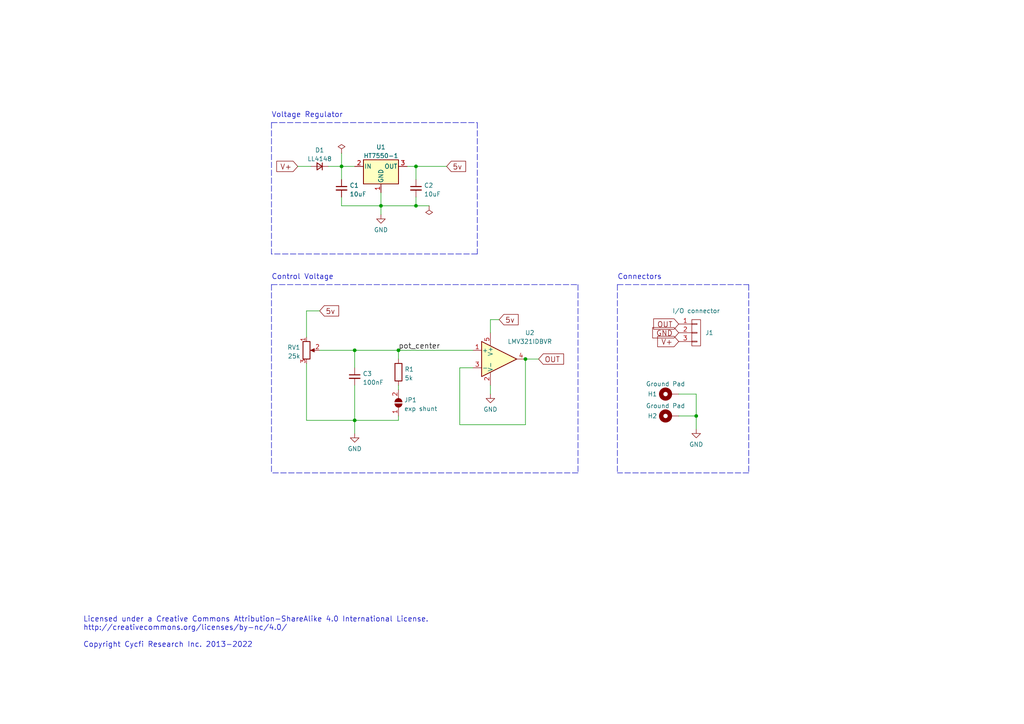
<source format=kicad_sch>
(kicad_sch (version 20211123) (generator eeschema)
  (paper "A4")
  (title_block (title "5-way CV Module") (date "2022-02-24") (rev "v3.0") (company "Document Number: 2022002"))
  (lib_symbols
    (symbol "Device:C_Small" (pin_numbers hide) (pin_names (offset 0.254) hide)
      (property "Reference" "C" (at 0.254 1.778 0))
      (property "Value" "C_Small" (at 0.254 -2.032 0))
      (symbol "C_Small_0_1"
        (polyline (pts (xy -1.524 -0.508) (xy 1.524 -0.508)) (stroke (width 0.3302)))
        (polyline (pts (xy -1.524 0.508) (xy 1.524 0.508)) (stroke (width 0.3048)))
      )
      (symbol "C_Small_1_1"
        (pin passive line (at 0 2.54 270) (length 2.032) (name "~") (number "1"))
        (pin passive line (at 0 -2.54 90) (length 2.032) (name "~") (number "2"))
      )
    )
    (symbol "Device:D_Small" (pin_numbers hide) (pin_names (offset 0.254) hide)
      (property "Reference" "D" (at -1.27 2.032 0))
      (property "Value" "D_Small" (at -3.81 -2.032 0))
      (symbol "D_Small_0_1"
        (polyline (pts (xy -0.762 -1.016) (xy -0.762 1.016)) (stroke (width 0.254)))
        (polyline (pts (xy -0.762 0) (xy 0.762 0)))
        (polyline (pts (xy 0.762 -1.016) (xy -0.762 0) (xy 0.762 1.016) (xy 0.762 -1.016)) (stroke (width 0.254)))
      )
      (symbol "D_Small_1_1"
        (pin passive line (at -2.54 0 0) (length 1.778) (name "K") (number "1"))
        (pin passive line (at 2.54 0 180) (length 1.778) (name "A") (number "2"))
      )
    )
    (symbol "Device:R" (pin_numbers hide) (pin_names (offset 0))
      (property "Reference" "R" (at 2.032 0 90))
      (property "Value" "R" (at 0 0 90))
      (symbol "R_0_1"
        (rectangle (start -1.016 -2.54) (end 1.016 2.54) (stroke (width 0.254)))
      )
      (symbol "R_1_1"
        (pin passive line (at 0 3.81 270) (length 1.27) (name "~") (number "1"))
        (pin passive line (at 0 -3.81 90) (length 1.27) (name "~") (number "2"))
      )
    )
    (symbol "Device:R_Potentiometer" (pin_names (offset 1.016) hide)
      (property "Reference" "RV" (at -4.445 0 90))
      (property "Value" "R_Potentiometer" (at -2.54 0 90))
      (symbol "R_Potentiometer_0_1"
        (polyline (pts (xy 2.54 0) (xy 1.524 0)))
        (polyline (pts (xy 1.143 0) (xy 2.286 0.508) (xy 2.286 -0.508) (xy 1.143 0)) (fill (type outline)))
        (rectangle (start 1.016 2.54) (end -1.016 -2.54) (stroke (width 0.254)))
      )
      (symbol "R_Potentiometer_1_1"
        (pin passive line (at 0 3.81 270) (length 1.27) (name "1") (number "1"))
        (pin passive line (at 3.81 0 180) (length 1.27) (name "2") (number "2"))
        (pin passive line (at 0 -3.81 90) (length 1.27) (name "3") (number "3"))
      )
    )
    (symbol "Jumper:SolderJumper_2_Open" (pin_names (offset 0) hide)
      (property "Reference" "JP" (at 0 2.032 0))
      (property "Value" "SolderJumper_2_Open" (at 0 -2.54 0))
      (symbol "SolderJumper_2_Open_0_1"
        (arc (start -0.254 1.016) (mid -1.27 0) (end -0.254 -1.016))
        (arc (start -0.254 1.016) (mid -1.27 0) (end -0.254 -1.016) (fill (type outline)))
        (polyline (pts (xy -0.254 1.016) (xy -0.254 -1.016)))
        (polyline (pts (xy 0.254 1.016) (xy 0.254 -1.016)))
        (arc (start 0.254 -1.016) (mid 1.27 0) (end 0.254 1.016))
        (arc (start 0.254 -1.016) (mid 1.27 0) (end 0.254 1.016) (fill (type outline)))
      )
      (symbol "SolderJumper_2_Open_1_1"
        (pin passive line (at -3.81 0 0) (length 2.54) (name "A") (number "1"))
        (pin passive line (at 3.81 0 180) (length 2.54) (name "B") (number "2"))
      )
    )
    (symbol "Mechanical:MountingHole_Pad" (pin_numbers hide) (pin_names (offset 1.016) hide)
      (property "Reference" "H" (at 0 6.35 0))
      (property "Value" "MountingHole_Pad" (at 0 4.445 0))
      (symbol "MountingHole_Pad_0_1"
        (circle (center 0 1.27) (radius 1.27) (stroke (width 1.27)))
      )
      (symbol "MountingHole_Pad_1_1"
        (pin input line (at 0 -2.54 90) (length 2.54) (name "1") (number "1"))
      )
    )
    (symbol "cycfi_library:conn_1x3" (pin_names (offset 1.016) hide)
      (property "Reference" "J" (at 0 5.08 0))
      (property "Value" "conn_1x3" (at 2.54 0 90))
      (symbol "conn_1x3_0_1"
        (rectangle (start -1.27 -2.413) (end 0.254 -2.667))
        (rectangle (start -1.27 0.127) (end 0.254 -0.127))
        (rectangle (start -1.27 2.667) (end 0.254 2.413))
        (rectangle (start -1.27 3.81) (end 1.27 -3.81))
      )
      (symbol "conn_1x3_1_1"
        (pin passive line (at -5.08 2.54 0) (length 3.81) (name "P1") (number "1"))
        (pin passive line (at -5.08 0 0) (length 3.81) (name "P2") (number "2"))
        (pin passive line (at -5.08 -2.54 0) (length 3.81) (name "P3") (number "3"))
      )
    )
    (symbol "cycfi_library:opamp_dbv2" (pin_names (offset 0.127))
      (property "Reference" "U" (at -1.27 6.35 0))
      (property "Value" "opamp_dbv2" (at -1.27 3.81 0))
      (symbol "opamp_dbv2_0_1"
        (polyline (pts (xy -5.08 5.08) (xy 5.08 0) (xy -5.08 -5.08) (xy -5.08 5.08)) (stroke (width 0.254)) (fill (type background)))
        (pin power_in line (at -2.54 -7.62 90) (length 3.81) (name "V-") (number "2"))
        (pin power_in line (at -2.54 7.62 270) (length 3.81) (name "V+") (number "5"))
      )
      (symbol "opamp_dbv2_1_1"
        (pin input line (at -7.62 2.54 0) (length 2.54) (name "+") (number "1"))
        (pin input line (at -7.62 -2.54 0) (length 2.54) (name "-") (number "3"))
        (pin output line (at 7.62 0 180) (length 2.54) (name "~") (number "4"))
      )
    )
    (symbol "cycfi_library:sot89-3-gio" (pin_names (offset 0.254))
      (property "Reference" "U" (at -3.81 3.175 0))
      (property "Value" "sot89-3-gio" (at -0.635 3.175 0))
      (symbol "sot89-3-gio_0_1"
        (rectangle (start -5.08 1.905) (end 5.08 -5.08) (stroke (width 0.254)) (fill (type background)))
      )
      (symbol "sot89-3-gio_1_1"
        (pin power_in line (at 0 -7.62 90) (length 2.54) (name "GND") (number "1"))
        (pin power_in line (at -7.62 0 0) (length 2.54) (name "IN") (number "2"))
        (pin power_out line (at 7.62 0 180) (length 2.54) (name "OUT") (number "3"))
      )
    )
    (symbol "power:GND" (power) (pin_names (offset 0))
      (property "Value" "GND" (at 0 -3.81 0))
      (symbol "GND_0_1"
        (polyline (pts (xy 0 0) (xy 0 -1.27) (xy 1.27 -1.27) (xy 0 -2.54) (xy -1.27 -1.27) (xy 0 -1.27)))
      )
      (symbol "GND_1_1"
        (pin power_in line (at 0 0 270) (length 0) hide (name "GND") (number "1"))
      )
    )
    (symbol "power:PWR_FLAG" (power) (pin_numbers hide) (pin_names (offset 0) hide)
      (property "Value" "PWR_FLAG" (at 0 3.81 0))
      (symbol "PWR_FLAG_0_0"
        (pin power_out line (at 0 0 90) (length 0) (name "pwr") (number "1"))
      )
      (symbol "PWR_FLAG_0_1"
        (polyline (pts (xy 0 0) (xy 0 1.27) (xy -1.016 1.905) (xy 0 2.54) (xy 1.016 1.905) (xy 0 1.27)))
      )
    )
  )
  (junction (at 201.93 120.65))
  (junction (at 115.57 101.6))
  (junction (at 110.49 59.69))
  (junction (at 120.65 48.26))
  (junction (at 99.06 48.26))
  (junction (at 152.4 104.14))
  (junction (at 120.65 59.69))
  (junction (at 102.87 101.6))
  (junction (at 102.87 121.92))
  (wire (pts (xy 196.85 114.3) (xy 201.93 114.3)))
  (polyline (pts (xy 78.74 82.55) (xy 78.74 137.16)))
  (wire (pts (xy 88.9 105.41) (xy 88.9 121.92)))
  (wire (pts (xy 99.06 48.26) (xy 102.87 48.26)))
  (wire (pts (xy 120.65 48.26) (xy 129.54 48.26)))
  (wire (pts (xy 133.35 123.19) (xy 152.4 123.19)))
  (wire (pts (xy 152.4 104.14) (xy 152.4 123.19)))
  (wire (pts (xy 115.57 120.65) (xy 115.57 121.92)))
  (wire (pts (xy 92.71 101.6) (xy 102.87 101.6)))
  (polyline (pts (xy 179.07 82.55) (xy 217.17 82.55)))
  (wire (pts (xy 92.71 90.17) (xy 88.9 90.17)))
  (wire (pts (xy 102.87 121.92) (xy 115.57 121.92)))
  (polyline (pts (xy 138.43 73.66) (xy 78.74 73.66)))
  (wire (pts (xy 102.87 101.6) (xy 115.57 101.6)))
  (wire (pts (xy 152.4 104.14) (xy 156.21 104.14)))
  (wire (pts (xy 120.65 59.69) (xy 124.46 59.69)))
  (wire (pts (xy 120.65 48.26) (xy 120.65 52.07)))
  (polyline (pts (xy 78.74 82.55) (xy 167.64 82.55)))
  (wire (pts (xy 120.65 57.15) (xy 120.65 59.69)))
  (wire (pts (xy 142.24 111.76) (xy 142.24 114.3)))
  (wire (pts (xy 120.65 59.69) (xy 110.49 59.69)))
  (wire (pts (xy 201.93 114.3) (xy 201.93 120.65)))
  (polyline (pts (xy 78.74 35.56) (xy 78.74 73.66)))
  (wire (pts (xy 102.87 121.92) (xy 102.87 125.73)))
  (wire (pts (xy 88.9 121.92) (xy 102.87 121.92)))
  (wire (pts (xy 88.9 90.17) (xy 88.9 97.79)))
  (wire (pts (xy 99.06 44.45) (xy 99.06 48.26)))
  (wire (pts (xy 115.57 101.6) (xy 115.57 104.14)))
  (wire (pts (xy 118.11 48.26) (xy 120.65 48.26)))
  (polyline (pts (xy 78.74 35.56) (xy 138.43 35.56)))
  (wire (pts (xy 110.49 62.23) (xy 110.49 59.69)))
  (polyline (pts (xy 167.64 82.55) (xy 167.64 137.16)))
  (polyline (pts (xy 217.17 137.16) (xy 179.07 137.16)))
  (wire (pts (xy 196.85 120.65) (xy 201.93 120.65)))
  (wire (pts (xy 201.93 120.65) (xy 201.93 124.46)))
  (wire (pts (xy 102.87 101.6) (xy 102.87 106.68)))
  (wire (pts (xy 95.25 48.26) (xy 99.06 48.26)))
  (wire (pts (xy 142.24 92.71) (xy 144.78 92.71)))
  (wire (pts (xy 86.36 48.26) (xy 90.17 48.26)))
  (polyline (pts (xy 167.64 137.16) (xy 78.74 137.16)))
  (polyline (pts (xy 138.43 35.56) (xy 138.43 73.66)))
  (wire (pts (xy 102.87 111.76) (xy 102.87 121.92)))
  (wire (pts (xy 133.35 106.68) (xy 133.35 123.19)))
  (wire (pts (xy 137.16 106.68) (xy 133.35 106.68)))
  (wire (pts (xy 99.06 48.26) (xy 99.06 52.07)))
  (wire (pts (xy 115.57 111.76) (xy 115.57 113.03)))
  (polyline (pts (xy 179.07 82.55) (xy 179.07 137.16)))
  (polyline (pts (xy 217.17 82.55) (xy 217.17 137.16)))
  (wire (pts (xy 99.06 57.15) (xy 99.06 59.69)))
  (wire (pts (xy 142.24 96.52) (xy 142.24 92.71)))
  (wire (pts (xy 110.49 55.88) (xy 110.49 59.69)))
  (wire (pts (xy 99.06 59.69) (xy 110.49 59.69)))
  (wire (pts (xy 115.57 101.6) (xy 137.16 101.6)))
  (text "Connectors" (at 179.07 81.28 0) (effects (font (size 1.524 1.524)) (justify left bottom)))
  (text "Licensed under a Creative Commons Attribution-ShareAlike 4.0 International License. \nhttp://creativecommons.org/licenses/by-nc/4.0/\n\nCopyright Cycfi Research Inc. 2013-2022" (at 24.13 187.96 0) (effects (font (size 1.524 1.524)) (justify left bottom)))
  (text "Voltage Regulator" (at 78.74 34.29 0) (effects (font (size 1.524 1.524)) (justify left bottom)))
  (text "Control Voltage" (at 78.74 81.28 0) (effects (font (size 1.524 1.524)) (justify left bottom)))
  (label "pot_center" (at 115.57 101.6 0) (effects (font (size 1.524 1.524))))
  (global_label "OUT" (shape input) (at 196.85 93.98 180) (effects (font (size 1.524 1.524))) (property "Intersheet References" "${INTERSHEET_REFS}" (effects hide)))
  (global_label "V+" (shape input) (at 196.85 99.06 180) (effects (font (size 1.524 1.524))) (property "Intersheet References" "${INTERSHEET_REFS}" (effects hide)))
  (global_label "5v" (shape input) (at 92.71 90.17 0) (effects (font (size 1.524 1.524))) (property "Intersheet References" "${INTERSHEET_REFS}" (effects hide)))
  (global_label "5v" (shape input) (at 144.78 92.71 0) (effects (font (size 1.524 1.524))) (property "Intersheet References" "${INTERSHEET_REFS}" (effects hide)))
  (global_label "5v" (shape input) (at 129.54 48.26 0) (effects (font (size 1.524 1.524))) (property "Intersheet References" "${INTERSHEET_REFS}" (effects hide)))
  (global_label "OUT" (shape input) (at 156.21 104.14 0) (effects (font (size 1.524 1.524))) (property "Intersheet References" "${INTERSHEET_REFS}" (effects hide)))
  (global_label "GND" (shape input) (at 196.85 96.52 180) (effects (font (size 1.524 1.524))) (property "Intersheet References" "${INTERSHEET_REFS}" (effects hide)))
  (global_label "V+" (shape input) (at 86.36 48.26 180) (effects (font (size 1.524 1.524))) (property "Intersheet References" "${INTERSHEET_REFS}" (effects hide)))
  (symbol (lib_id "Device:D_Small") (at 92.71 48.26 180) (unit 1)
    (property "Reference" "D1" (at 92.71 43.5442 0))
    (property "Value" "LL4148" (at 92.71 46.0811 0))
    (property "Footprint" "Diode_SMD:D_MiniMELF" (effects hide))
  )
  (symbol (lib_id "power:GND") (at 110.49 62.23 0) (unit 1)
    (property "Reference" "#PWR02" (effects hide))
    (property "Value" "GND" (at 110.49 66.6734 0))
  )
  (symbol (lib_id "power:GND") (at 142.24 114.3 0) (unit 1)
    (property "Reference" "#PWR05" (effects hide))
    (property "Value" "GND" (at 142.24 118.7434 0))
  )
  (symbol (lib_id "power:PWR_FLAG") (at 124.46 59.69 180) (unit 1)
    (property "Reference" "#FLG02" (effects hide))
    (property "Value" "PWR_FLAG" (effects hide))
  )
  (symbol (lib_id "power:GND") (at 102.87 125.73 0) (unit 1)
    (property "Reference" "#PWR01" (effects hide))
    (property "Value" "GND" (at 102.87 130.1734 0))
  )
  (symbol (lib_id "Device:R") (at 115.57 107.95 0) (unit 1)
    (property "Reference" "R1" (at 117.348 107.1153 0) (effects (justify left)))
    (property "Value" "5k" (at 117.348 109.6522 0) (effects (justify left)))
    (property "Footprint" "Resistor_SMD:R_0603_1608Metric" (effects hide))
  )
  (symbol (lib_id "Device:C_Small") (at 99.06 54.61 0) (unit 1)
    (property "Reference" "C1" (at 101.3841 53.7816 0) (effects (justify left)))
    (property "Value" "10uF" (at 101.3841 56.3185 0) (effects (justify left)))
    (property "Footprint" "Capacitor_SMD:C_0603_1608Metric" (effects hide))
  )
  (symbol (lib_id "Device:R_Potentiometer") (at 88.9 101.6 0) (unit 1)
    (property "Reference" "RV1" (at 87.1221 100.7653 0) (effects (justify right)))
    (property "Value" "25k" (at 87.1221 103.3022 0) (effects (justify right)))
    (property "Footprint" "cycfi_library:bourns_pdb181" (effects hide))
  )
  (symbol (lib_id "Device:C_Small") (at 120.65 54.61 0) (unit 1)
    (property "Reference" "C2" (at 122.9741 53.7816 0) (effects (justify left)))
    (property "Value" "10uF" (at 122.9741 56.3185 0) (effects (justify left)))
    (property "Footprint" "Capacitor_SMD:C_0603_1608Metric" (effects hide))
  )
  (symbol (lib_id "Jumper:SolderJumper_2_Open") (at 115.57 116.84 90) (unit 1)
    (property "Reference" "JP1" (at 117.221 116.0053 90) (effects (justify right)))
    (property "Value" "exp shunt" (at 117.221 118.5422 90) (effects (justify right)))
    (property "Footprint" "Jumper:SolderJumper-2_P1.3mm_Open_TrianglePad1.0x1.5mm" (effects hide))
  )
  (symbol (lib_id "cycfi_library:sot89-3-gio") (at 110.49 48.26 0) (unit 1)
    (property "Reference" "U1" (at 110.49 42.6552 0))
    (property "Value" "HT7550-1" (at 110.49 45.1921 0))
    (property "Footprint" "Package_TO_SOT_SMD:SOT-89-3" (effects hide))
  )
  (symbol (lib_id "Mechanical:MountingHole_Pad") (at 194.31 114.3 90) (unit 1)
    (property "Reference" "H1" (at 189.23 114.3 90))
    (property "Value" "Ground Pad" (at 193.04 111.3591 90))
    (property "Footprint" "cycfi_library:single-pad-2x2-circular" (effects hide))
  )
  (symbol (lib_id "Mechanical:MountingHole_Pad") (at 194.31 120.65 90) (unit 1)
    (property "Reference" "H2" (at 189.23 120.65 90))
    (property "Value" "Ground Pad" (at 193.04 117.7091 90))
    (property "Footprint" "cycfi_library:single-pad-2x2-circular" (effects hide))
  )
  (symbol (lib_id "power:PWR_FLAG") (at 99.06 44.45 0) (unit 1)
    (property "Reference" "#FLG01" (effects hide))
    (property "Value" "PWR_FLAG" (effects hide))
  )
  (symbol (lib_id "cycfi_library:conn_1x3") (at 201.93 96.52 0) (unit 1)
    (property "Reference" "J1" (at 205.74 96.52 0))
    (property "Value" "I/O connector" (at 201.93 90.1669 0))
    (property "Footprint" "cycfi_library:pin_header_1x3p_2.54mm_smd_horizontal" (effects hide))
  )
  (symbol (lib_id "Device:C_Small") (at 102.87 109.22 0) (unit 1)
    (property "Reference" "C3" (at 105.1941 108.3916 0) (effects (justify left)))
    (property "Value" "100nF" (at 105.1941 110.9285 0) (effects (justify left)))
    (property "Footprint" "Capacitor_SMD:C_0603_1608Metric" (effects hide))
  )
  (symbol (lib_id "cycfi_library:opamp_dbv2") (at 144.78 104.14 0) (unit 1)
    (property "Reference" "U2" (at 153.67 96.52 0))
    (property "Value" "LMV321IDBVR" (at 153.67 99.0569 0))
    (property "Footprint" "Package_TO_SOT_SMD:SOT-23-5" (effects hide))
  )
  (symbol (lib_id "power:GND") (at 201.93 124.46 0) (unit 1)
    (property "Reference" "#PWR03" (effects hide))
    (property "Value" "GND" (at 201.93 128.9034 0))
  )
)
</source>
